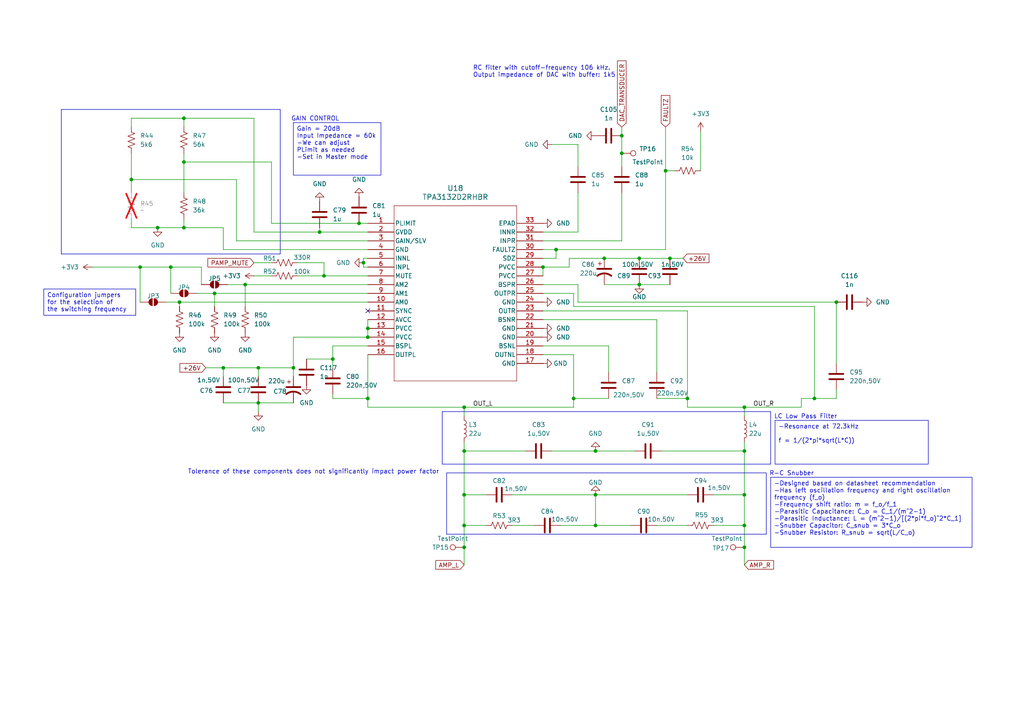
<source format=kicad_sch>
(kicad_sch (version 20231120) (generator "eeschema") (generator_version "8.0")
  (paper "A4")
  (title_block (title "RM") (date "2025-01-17") (rev "1.3") (company "Power Amplifier"))
  (lib_symbols
    (symbol "Device:L" (pin_numbers hide) (pin_names (offset 1.016) hide)
      (property "Reference" "L" (at -1.27 0 90))
      (property "Value" "L" (at 1.905 0 90))
      (symbol "L_0_1"
        (arc (start 0 -2.54) (mid 0.6323 -1.905) (end 0 -1.27))
        (arc (start 0 -1.27) (mid 0.6323 -0.635) (end 0 0))
        (arc (start 0 0) (mid 0.6323 0.635) (end 0 1.27))
        (arc (start 0 1.27) (mid 0.6323 1.905) (end 0 2.54))
      )
      (symbol "L_1_1"
        (pin passive line (at 0 3.81 270) (length 1.27) (name "1") (number "1"))
        (pin passive line (at 0 -3.81 90) (length 1.27) (name "2") (number "2"))
      )
    )
    (symbol "UAM_symbols:C" (pin_numbers hide) (pin_names (offset 0.254))
      (property "Reference" "C" (at 0.635 2.54 0))
      (property "Value" "C" (at 0.635 -2.54 0))
      (symbol "C_0_1"
        (polyline (pts (xy -2.032 -0.762) (xy 2.032 -0.762)) (stroke (width 0.508)))
        (polyline (pts (xy -2.032 0.762) (xy 2.032 0.762)) (stroke (width 0.508)))
      )
      (symbol "C_1_1"
        (pin passive line (at 0 3.81 270) (length 2.794) (name "~") (number "1"))
        (pin passive line (at 0 -3.81 90) (length 2.794) (name "~") (number "2"))
      )
    )
    (symbol "UAM_symbols:C_Polarized_US" (pin_numbers hide) (pin_names (offset 0.254) hide)
      (property "Reference" "C" (at 0.635 2.54 0))
      (property "Value" "C_Polarized_US" (at 0.635 -2.54 0))
      (symbol "C_Polarized_US_0_1"
        (polyline (pts (xy -2.032 0.762) (xy 2.032 0.762)) (stroke (width 0.508)))
        (polyline (pts (xy -1.778 2.286) (xy -0.762 2.286)))
        (polyline (pts (xy -1.27 1.778) (xy -1.27 2.794)))
        (arc (start 2.032 -1.27) (mid 0 -0.5572) (end -2.032 -1.27) (stroke (width 0.508)))
      )
      (symbol "C_Polarized_US_1_1"
        (pin passive line (at 0 3.81 270) (length 2.794) (name "~") (number "1"))
        (pin passive line (at 0 -3.81 90) (length 3.302) (name "~") (number "2"))
      )
    )
    (symbol "UAM_symbols:R_US" (pin_numbers hide) (pin_names (offset 0))
      (property "Reference" "R" (at 2.54 0 90))
      (property "Value" "R_US" (at -2.54 0 90))
      (symbol "R_US_0_1"
        (polyline (pts (xy 0 -2.286) (xy 0 -2.54)))
        (polyline (pts (xy 0 2.286) (xy 0 2.54)))
        (polyline (pts (xy 0 -0.762) (xy 1.016 -1.143) (xy 0 -1.524) (xy -1.016 -1.905) (xy 0 -2.286)))
        (polyline (pts (xy 0 0.762) (xy 1.016 0.381) (xy 0 0) (xy -1.016 -0.381) (xy 0 -0.762)))
        (polyline (pts (xy 0 2.286) (xy 1.016 1.905) (xy 0 1.524) (xy -1.016 1.143) (xy 0 0.762)))
      )
      (symbol "R_US_1_1"
        (pin passive line (at 0 3.81 270) (length 1.27) (name "~") (number "1"))
        (pin passive line (at 0 -3.81 90) (length 1.27) (name "~") (number "2"))
      )
    )
    (symbol "UAM_symbols:SolderJumper_2_Open" (pin_numbers hide) (pin_names (offset 0) hide) (exclude_from_sim yes) (in_bom no)
      (property "Reference" "JP" (at 0 2.032 0))
      (property "Value" "SolderJumper_2_Open" (at 0 -2.54 0))
      (symbol "SolderJumper_2_Open_0_1"
        (arc (start -0.254 1.016) (mid -1.2656 0) (end -0.254 -1.016))
        (arc (start -0.254 1.016) (mid -1.2656 0) (end -0.254 -1.016) (fill (type outline)))
        (polyline (pts (xy -0.254 1.016) (xy -0.254 -1.016)))
        (polyline (pts (xy 0.254 1.016) (xy 0.254 -1.016)))
        (arc (start 0.254 -1.016) (mid 1.2656 0) (end 0.254 1.016))
        (arc (start 0.254 -1.016) (mid 1.2656 0) (end 0.254 1.016) (fill (type outline)))
      )
      (symbol "SolderJumper_2_Open_1_1"
        (pin passive line (at -3.81 0 0) (length 2.54) (name "A") (number "1"))
        (pin passive line (at 3.81 0 180) (length 2.54) (name "B") (number "2"))
      )
    )
    (symbol "UAM_symbols:TPA3132D2RHBR" (pin_names (offset 0.254))
      (property "Reference" "U" (at 25.4 10.16 0))
      (property "Value" "TPA3132D2RHBR" (at 25.4 7.62 0))
      (symbol "TPA3132D2RHBR_0_1"
        (polyline (pts (xy 7.62 -45.72) (xy 43.18 -45.72)) (stroke (width 0.127)))
        (polyline (pts (xy 7.62 5.08) (xy 7.62 -45.72)) (stroke (width 0.127)))
        (polyline (pts (xy 43.18 -45.72) (xy 43.18 5.08)) (stroke (width 0.127)))
        (polyline (pts (xy 43.18 5.08) (xy 7.62 5.08)) (stroke (width 0.127)))
        (pin input line (at 0 0 0) (length 7.62) (name "PLIMIT") (number "1"))
        (pin input line (at 0 -22.86 0) (length 7.62) (name "AM0") (number "10"))
        (pin bidirectional line (at 0 -25.4 0) (length 7.62) (name "SYNC") (number "11"))
        (pin power_in line (at 0 -27.94 0) (length 7.62) (name "AVCC") (number "12"))
        (pin power_in line (at 0 -30.48 0) (length 7.62) (name "PVCC") (number "13"))
        (pin power_in line (at 0 -33.02 0) (length 7.62) (name "PVCC") (number "14"))
        (pin output line (at 0 -35.56 0) (length 7.62) (name "BSPL") (number "15"))
        (pin output line (at 0 -38.1 0) (length 7.62) (name "OUTPL") (number "16"))
        (pin power_in line (at 50.8 -40.64 180) (length 7.62) (name "GND") (number "17"))
        (pin output line (at 50.8 -38.1 180) (length 7.62) (name "OUTNL") (number "18"))
        (pin output line (at 50.8 -35.56 180) (length 7.62) (name "BSNL") (number "19"))
        (pin output line (at 0 -2.54 0) (length 7.62) (name "GVDD") (number "2"))
        (pin power_in line (at 50.8 -33.02 180) (length 7.62) (name "GND") (number "20"))
        (pin power_in line (at 50.8 -30.48 180) (length 7.62) (name "GND") (number "21"))
        (pin output line (at 50.8 -27.94 180) (length 7.62) (name "BSNR") (number "22"))
        (pin output line (at 50.8 -25.4 180) (length 7.62) (name "OUTR") (number "23"))
        (pin power_in line (at 50.8 -22.86 180) (length 7.62) (name "GND") (number "24"))
        (pin output line (at 50.8 -20.32 180) (length 7.62) (name "OUTPR") (number "25"))
        (pin output line (at 50.8 -17.78 180) (length 7.62) (name "BSPR") (number "26"))
        (pin power_in line (at 50.8 -15.24 180) (length 7.62) (name "PVCC") (number "27"))
        (pin power_in line (at 50.8 -12.7 180) (length 7.62) (name "PVCC") (number "28"))
        (pin input line (at 50.8 -10.16 180) (length 7.62) (name "SDZ") (number "29"))
        (pin input line (at 0 -5.08 0) (length 7.62) (name "GAIN/SLV") (number "3"))
        (pin output line (at 50.8 -7.62 180) (length 7.62) (name "FAULTZ") (number "30"))
        (pin input line (at 50.8 -5.08 180) (length 7.62) (name "INPR") (number "31"))
        (pin input line (at 50.8 -2.54 180) (length 7.62) (name "INNR") (number "32"))
        (pin unspecified line (at 50.8 0 180) (length 7.62) (name "EPAD") (number "33"))
        (pin power_in line (at 0 -7.62 0) (length 7.62) (name "GND") (number "4"))
        (pin input line (at 0 -10.16 0) (length 7.62) (name "INNL") (number "5"))
        (pin input line (at 0 -12.7 0) (length 7.62) (name "INPL") (number "6"))
        (pin input line (at 0 -15.24 0) (length 7.62) (name "MUTE") (number "7"))
        (pin input line (at 0 -17.78 0) (length 7.62) (name "AM2") (number "8"))
        (pin input line (at 0 -20.32 0) (length 7.62) (name "AM1") (number "9"))
      )
    )
    (symbol "UAM_symbols:TestPoint" (pin_numbers hide) (pin_names (offset 0.762) hide)
      (property "Reference" "TP" (at 0 6.858 0))
      (property "Value" "TestPoint" (at 0 5.08 0))
      (symbol "TestPoint_0_1"
        (circle (center 0 3.302) (radius 0.762))
      )
      (symbol "TestPoint_1_1"
        (pin passive line (at 0 0 90) (length 2.54) (name "1") (number "1"))
      )
    )
    (symbol "power:+3V3" (power) (pin_numbers hide) (pin_names (offset 0) hide)
      (property "Value" "+3V3" (at 0 3.556 0))
      (symbol "+3V3_0_1"
        (polyline (pts (xy -0.762 1.27) (xy 0 2.54)))
        (polyline (pts (xy 0 0) (xy 0 2.54)))
        (polyline (pts (xy 0 2.54) (xy 0.762 1.27)))
      )
      (symbol "+3V3_1_1"
        (pin power_in line (at 0 0 90) (length 0) (name "~") (number "1"))
      )
    )
    (symbol "power:GND" (power) (pin_numbers hide) (pin_names (offset 0) hide)
      (property "Value" "GND" (at 0 -3.81 0))
      (symbol "GND_0_1"
        (polyline (pts (xy 0 0) (xy 0 -1.27) (xy 1.27 -1.27) (xy 0 -2.54) (xy -1.27 -1.27) (xy 0 -1.27)))
      )
      (symbol "GND_1_1"
        (pin power_in line (at 0 0 270) (length 0) (name "~") (number "1"))
      )
    )
  )
  (junction (at 92.71 67.31))
  (junction (at 134.62 152.4))
  (junction (at 194.31 74.93))
  (junction (at 166.37 115.57))
  (junction (at 215.9 158.75))
  (junction (at 185.42 74.93))
  (junction (at 172.72 143.51))
  (junction (at 53.34 66.04))
  (junction (at 172.72 152.4))
  (junction (at 215.9 118.11))
  (junction (at 134.62 118.11))
  (junction (at 53.34 34.29))
  (junction (at 49.53 77.47))
  (junction (at 185.42 82.55))
  (junction (at 215.9 143.51))
  (junction (at 180.34 39.37))
  (junction (at 62.23 85.09))
  (junction (at 96.52 104.14))
  (junction (at 71.12 82.55))
  (junction (at 242.57 87.63))
  (junction (at 236.22 115.57))
  (junction (at 64.77 106.68))
  (junction (at 85.09 106.68))
  (junction (at 105.41 76.2))
  (junction (at 74.93 116.84))
  (junction (at 38.1 52.07))
  (junction (at 134.62 143.51))
  (junction (at 157.48 77.47))
  (junction (at 161.29 72.39))
  (junction (at 53.34 46.99))
  (junction (at 215.9 152.4))
  (junction (at 106.68 95.25))
  (junction (at 134.62 130.81))
  (junction (at 45.72 66.04))
  (junction (at 52.07 87.63))
  (junction (at 175.26 74.93))
  (junction (at 193.04 49.53))
  (junction (at 104.14 64.77))
  (junction (at 180.34 44.45))
  (junction (at 172.72 130.81))
  (junction (at 134.62 158.75))
  (junction (at 106.68 97.79))
  (junction (at 215.9 130.81))
  (junction (at 199.39 115.57))
  (junction (at 93.98 80.01))
  (junction (at 106.68 115.57))
  (junction (at 40.64 77.47))
  (junction (at 74.93 106.68))
  (no_connect (at 106.68 90.17))
  (wire (pts (xy 52.07 87.63) (xy 106.68 87.63)))
  (wire (pts (xy 64.77 116.84) (xy 74.93 116.84)))
  (wire (pts (xy 85.09 106.68) (xy 74.93 106.68)))
  (wire (pts (xy 193.04 49.53) (xy 193.04 72.39)))
  (wire (pts (xy 157.48 77.47) (xy 157.48 80.01)))
  (wire (pts (xy 157.48 74.93) (xy 161.29 74.93)))
  (wire (pts (xy 199.39 90.17) (xy 157.48 90.17)))
  (wire (pts (xy 105.41 77.47) (xy 105.41 76.2)))
  (wire (pts (xy 38.1 52.07) (xy 68.58 52.07)))
  (wire (pts (xy 68.58 69.85) (xy 106.68 69.85)))
  (wire (pts (xy 134.62 158.75) (xy 134.62 163.83)))
  (wire (pts (xy 74.93 116.84) (xy 85.09 116.84)))
  (wire (pts (xy 58.42 82.55) (xy 58.42 77.47)))
  (wire (pts (xy 78.74 46.99) (xy 78.74 64.77)))
  (wire (pts (xy 215.9 143.51) (xy 215.9 130.81)))
  (wire (pts (xy 215.9 128.27) (xy 215.9 130.81)))
  (wire (pts (xy 64.77 106.68) (xy 59.69 106.68)))
  (wire (pts (xy 175.26 74.93) (xy 185.42 74.93)))
  (wire (pts (xy 134.62 143.51) (xy 140.97 143.51)))
  (wire (pts (xy 157.48 67.31) (xy 167.64 67.31)))
  (polyline (pts (xy 81.28 31.75) (xy 81.28 73.66)))
  (wire (pts (xy 53.34 34.29) (xy 73.66 34.29)))
  (wire (pts (xy 167.64 87.63) (xy 167.64 82.55)))
  (wire (pts (xy 85.09 109.22) (xy 85.09 106.68)))
  (wire (pts (xy 215.9 152.4) (xy 215.9 158.75)))
  (wire (pts (xy 167.64 87.63) (xy 242.57 87.63)))
  (wire (pts (xy 165.1 74.93) (xy 175.26 74.93)))
  (wire (pts (xy 106.68 100.33) (xy 96.52 100.33)))
  (wire (pts (xy 88.9 104.14) (xy 96.52 104.14)))
  (wire (pts (xy 96.52 115.57) (xy 106.68 115.57)))
  (wire (pts (xy 172.72 143.51) (xy 199.39 143.51)))
  (wire (pts (xy 74.93 106.68) (xy 64.77 106.68)))
  (wire (pts (xy 64.77 72.39) (xy 106.68 72.39)))
  (wire (pts (xy 57.15 85.09) (xy 62.23 85.09)))
  (wire (pts (xy 38.1 44.45) (xy 38.1 52.07)))
  (wire (pts (xy 73.66 80.01) (xy 78.74 80.01)))
  (wire (pts (xy 53.34 44.45) (xy 53.34 46.99)))
  (polyline (pts (xy 17.78 73.66) (xy 17.78 31.75)))
  (wire (pts (xy 53.34 46.99) (xy 53.34 55.88)))
  (wire (pts (xy 166.37 102.87) (xy 166.37 115.57)))
  (wire (pts (xy 167.64 82.55) (xy 157.48 82.55)))
  (wire (pts (xy 207.01 143.51) (xy 215.9 143.51)))
  (wire (pts (xy 48.26 87.63) (xy 52.07 87.63)))
  (wire (pts (xy 207.01 152.4) (xy 215.9 152.4)))
  (wire (pts (xy 40.64 87.63) (xy 40.64 77.47)))
  (wire (pts (xy 106.68 74.93) (xy 105.41 74.93)))
  (wire (pts (xy 53.34 46.99) (xy 78.74 46.99)))
  (wire (pts (xy 38.1 34.29) (xy 53.34 34.29)))
  (wire (pts (xy 180.34 36.83) (xy 180.34 39.37)))
  (wire (pts (xy 49.53 77.47) (xy 58.42 77.47)))
  (wire (pts (xy 134.62 118.11) (xy 134.62 120.65)))
  (wire (pts (xy 148.59 143.51) (xy 172.72 143.51)))
  (wire (pts (xy 166.37 85.09) (xy 157.48 85.09)))
  (wire (pts (xy 71.12 82.55) (xy 71.12 88.9)))
  (wire (pts (xy 105.41 74.93) (xy 105.41 76.2)))
  (wire (pts (xy 134.62 130.81) (xy 152.4 130.81)))
  (wire (pts (xy 134.62 130.81) (xy 134.62 143.51)))
  (wire (pts (xy 74.93 106.68) (xy 74.93 109.22)))
  (wire (pts (xy 73.66 67.31) (xy 92.71 67.31)))
  (wire (pts (xy 191.77 130.81) (xy 215.9 130.81)))
  (wire (pts (xy 160.02 41.91) (xy 167.64 41.91)))
  (wire (pts (xy 62.23 85.09) (xy 62.23 88.9)))
  (wire (pts (xy 194.31 74.93) (xy 198.12 74.93)))
  (wire (pts (xy 236.22 115.57) (xy 232.41 115.57)))
  (wire (pts (xy 49.53 85.09) (xy 49.53 77.47)))
  (wire (pts (xy 199.39 115.57) (xy 199.39 118.11)))
  (wire (pts (xy 166.37 115.57) (xy 166.37 118.11)))
  (wire (pts (xy 85.09 97.79) (xy 106.68 97.79)))
  (wire (pts (xy 190.5 92.71) (xy 190.5 107.95)))
  (wire (pts (xy 64.77 109.22) (xy 64.77 106.68)))
  (wire (pts (xy 106.68 102.87) (xy 106.68 115.57)))
  (wire (pts (xy 185.42 74.93) (xy 194.31 74.93)))
  (wire (pts (xy 104.14 64.77) (xy 106.68 64.77)))
  (wire (pts (xy 106.68 118.11) (xy 134.62 118.11)))
  (wire (pts (xy 74.93 116.84) (xy 74.93 119.38)))
  (wire (pts (xy 161.29 74.93) (xy 161.29 72.39)))
  (wire (pts (xy 166.37 88.9) (xy 236.22 88.9)))
  (wire (pts (xy 175.26 82.55) (xy 185.42 82.55)))
  (wire (pts (xy 85.09 97.79) (xy 85.09 106.68)))
  (wire (pts (xy 215.9 118.11) (xy 232.41 118.11)))
  (wire (pts (xy 193.04 49.53) (xy 195.58 49.53)))
  (wire (pts (xy 180.34 39.37) (xy 180.34 44.45)))
  (wire (pts (xy 106.68 115.57) (xy 106.68 118.11)))
  (wire (pts (xy 38.1 34.29) (xy 38.1 36.83)))
  (wire (pts (xy 199.39 118.11) (xy 215.9 118.11)))
  (wire (pts (xy 96.52 100.33) (xy 96.52 104.14)))
  (wire (pts (xy 92.71 66.04) (xy 92.71 67.31)))
  (wire (pts (xy 71.12 82.55) (xy 106.68 82.55)))
  (wire (pts (xy 106.68 92.71) (xy 106.68 95.25)))
  (wire (pts (xy 45.72 66.04) (xy 53.34 66.04)))
  (wire (pts (xy 215.9 158.75) (xy 215.9 163.83)))
  (wire (pts (xy 172.72 130.81) (xy 184.15 130.81)))
  (wire (pts (xy 190.5 92.71) (xy 157.48 92.71)))
  (wire (pts (xy 38.1 66.04) (xy 45.72 66.04)))
  (wire (pts (xy 66.04 82.55) (xy 71.12 82.55)))
  (wire (pts (xy 38.1 52.07) (xy 38.1 55.88)))
  (wire (pts (xy 26.67 77.47) (xy 40.64 77.47)))
  (wire (pts (xy 134.62 118.11) (xy 166.37 118.11)))
  (wire (pts (xy 190.5 115.57) (xy 199.39 115.57)))
  (wire (pts (xy 167.64 41.91) (xy 167.64 48.26)))
  (wire (pts (xy 40.64 77.47) (xy 49.53 77.47)))
  (wire (pts (xy 203.2 38.1) (xy 203.2 49.53)))
  (wire (pts (xy 157.48 100.33) (xy 176.53 100.33)))
  (wire (pts (xy 93.98 80.01) (xy 106.68 80.01)))
  (wire (pts (xy 176.53 100.33) (xy 176.53 107.95)))
  (wire (pts (xy 134.62 128.27) (xy 134.62 130.81)))
  (wire (pts (xy 86.36 76.2) (xy 93.98 76.2)))
  (wire (pts (xy 106.68 77.47) (xy 105.41 77.47)))
  (wire (pts (xy 68.58 52.07) (xy 68.58 69.85)))
  (wire (pts (xy 193.04 36.83) (xy 193.04 49.53)))
  (wire (pts (xy 242.57 87.63) (xy 242.57 105.41)))
  (wire (pts (xy 52.07 88.9) (xy 52.07 87.63)))
  (polyline (pts (xy 17.78 31.75) (xy 81.28 31.75)))
  (wire (pts (xy 62.23 85.09) (xy 106.68 85.09)))
  (wire (pts (xy 215.9 152.4) (xy 215.9 143.51)))
  (wire (pts (xy 86.36 80.01) (xy 93.98 80.01)))
  (wire (pts (xy 157.48 102.87) (xy 166.37 102.87)))
  (wire (pts (xy 172.72 143.51) (xy 172.72 152.4)))
  (wire (pts (xy 166.37 115.57) (xy 176.53 115.57)))
  (wire (pts (xy 134.62 152.4) (xy 134.62 158.75)))
  (wire (pts (xy 78.74 64.77) (xy 104.14 64.77)))
  (wire (pts (xy 157.48 77.47) (xy 165.1 77.47)))
  (wire (pts (xy 190.5 152.4) (xy 199.39 152.4)))
  (wire (pts (xy 236.22 115.57) (xy 242.57 115.57)))
  (wire (pts (xy 215.9 118.11) (xy 215.9 120.65)))
  (wire (pts (xy 180.34 44.45) (xy 180.34 48.26)))
  (wire (pts (xy 38.1 63.5) (xy 38.1 66.04)))
  (wire (pts (xy 167.64 55.88) (xy 167.64 67.31)))
  (wire (pts (xy 172.72 152.4) (xy 182.88 152.4)))
  (wire (pts (xy 53.34 63.5) (xy 53.34 66.04)))
  (wire (pts (xy 162.56 152.4) (xy 172.72 152.4)))
  (wire (pts (xy 73.66 76.2) (xy 78.74 76.2)))
  (wire (pts (xy 166.37 88.9) (xy 166.37 85.09)))
  (wire (pts (xy 161.29 72.39) (xy 193.04 72.39)))
  (wire (pts (xy 64.77 66.04) (xy 64.77 72.39)))
  (wire (pts (xy 134.62 143.51) (xy 134.62 152.4)))
  (wire (pts (xy 236.22 88.9) (xy 236.22 115.57)))
  (wire (pts (xy 73.66 34.29) (xy 73.66 67.31)))
  (wire (pts (xy 93.98 76.2) (xy 93.98 80.01)))
  (wire (pts (xy 232.41 118.11) (xy 232.41 115.57)))
  (wire (pts (xy 148.59 152.4) (xy 154.94 152.4)))
  (wire (pts (xy 92.71 67.31) (xy 106.68 67.31)))
  (wire (pts (xy 180.34 55.88) (xy 180.34 69.85)))
  (wire (pts (xy 165.1 74.93) (xy 165.1 77.47)))
  (wire (pts (xy 160.02 130.81) (xy 172.72 130.81)))
  (wire (pts (xy 106.68 95.25) (xy 106.68 97.79)))
  (wire (pts (xy 134.62 152.4) (xy 140.97 152.4)))
  (wire (pts (xy 96.52 115.57) (xy 96.52 114.3)))
  (wire (pts (xy 242.57 113.03) (xy 242.57 115.57)))
  (wire (pts (xy 157.48 72.39) (xy 161.29 72.39)))
  (wire (pts (xy 199.39 90.17) (xy 199.39 115.57)))
  (wire (pts (xy 53.34 34.29) (xy 53.34 36.83)))
  (polyline (pts (xy 81.28 73.66) (xy 17.78 73.66)))
  (wire (pts (xy 96.52 104.14) (xy 96.52 106.68)))
  (wire (pts (xy 185.42 82.55) (xy 194.31 82.55)))
  (wire (pts (xy 53.34 66.04) (xy 64.77 66.04)))
  (wire (pts (xy 180.34 69.85) (xy 157.48 69.85)))
  (rectangle (start 129.54 137.16) (end 222.25 154.94))
  (rectangle (start 128.27 119.38) (end 223.52 134.62))
  (text_box "-Designed based on datasheet recommendation\n-Has left oscillation frequency and right oscillation frequency (f_o)\n-Frequency shift ratio: m = f_o/f_1\n-Parasitic Capacitance: C_o = C_1/(m^2-1)\n-Parasitic Inductance: L = (m^2-1)/[(2*pi*f_o)^2*C_1]\n-Snubber Capacitor: C_snub = 3*C_o\n-Snubber Resistor: R_snub = sqrt(L/C_o)" (at 223.52 138.43 0) (size 58.42 20.32) (effects (font (size 1.27 1.27)) (justify left top)))
  (text_box "-Resonance at 72.3kHz\n\nf = 1/(2*pi*sqrt(L*C))" (at 224.79 121.92 0) (size 44.45 12.7) (effects (font (size 1.27 1.27)) (justify left top)))
  (text_box "Gain = 20dB\nInput Impedance = 60k\n-We can adjust \nPLimit as needed\n-Set in Master mode" (at 85.09 35.56 0) (size 25.4 15.24) (effects (font (size 1.27 1.27)) (justify left top)))
  (text_box "Configuration jumpers\nfor the selection of\nthe switching frequency" (at 12.7 83.82 0) (size 26.67 7.62) (effects (font (size 1.27 1.27)) (justify left top)))
  (text "Tolerance of these components does not significantly impact power factor" (at 90.932 136.906 0) (effects (font (size 1.27 1.27))))
  (text "R-C Snubber" (at 229.616 137.414 0) (effects (font (size 1.27 1.27))))
  (text "GAIN CONTROL" (at 91.44 34.544 0) (effects (font (size 1.27 1.27))))
  (text "RC filter with cutoff-frequency 106 kHz.\nOutput impedance of DAC with buffer: 1k5" (at 137.16 20.828 0) (effects (font (size 1.27 1.27)) (justify left)))
  (text "LC Low Pass Filter" (at 233.68 120.904 0) (effects (font (size 1.27 1.27))))
  (label "OUT_R" (at 218.44 118.11 0))
  (label "OUT_L" (at 137.16 118.11 0))
  (global_label "+26V" (shape input) (at 59.69 106.68 180) (property "Intersheetrefs" "${INTERSHEET_REFS}" (effects (hide yes))))
  (global_label "+26V" (shape input) (at 198.12 74.93 0) (property "Intersheetrefs" "${INTERSHEET_REFS}" (effects (hide yes))))
  (global_label "FAULTZ" (shape input) (at 193.04 36.83 90) (property "Intersheetrefs" "${INTERSHEET_REFS}" (effects (hide yes))))
  (global_label "AMP_R" (shape input) (at 215.9 163.83 0) (property "Intersheetrefs" "${INTERSHEET_REFS}" (effects (hide yes))))
  (global_label "AMP_L" (shape input) (at 134.62 163.83 180) (property "Intersheetrefs" "${INTERSHEET_REFS}" (effects (hide yes))))
  (global_label "PAMP_MUTE" (shape input) (at 73.66 76.2 180) (property "Intersheetrefs" "${INTERSHEET_REFS}" (effects (hide yes))))
  (global_label "DAC_TRANSDUCER" (shape input) (at 180.34 36.83 90) (property "Intersheetrefs" "${INTERSHEET_REFS}" (effects (hide yes))))
  (symbol (lib_id "power:GND") (at 157.48 95.25 90) (unit 1)
    (property "Reference" "#PWR0136" (effects (hide yes)))
    (property "Value" "GND" (at 161.29 95.2499 90) (effects (justify right)))
    (property "Description" "Power symbol creates a global label with name \"GND\" , ground" (effects (hide yes)))
  )
  (symbol (lib_id "UAM_symbols:C") (at 156.21 130.81 90) (unit 1)
    (property "Reference" "C83" (at 156.21 123.19 90))
    (property "Value" "1u,50V" (at 156.21 125.73 90))
    (property "Footprint" "Capacitor_SMD:C_0603_1608Metric_Pad1.08x0.95mm_HandSolder" (effects (hide yes)))
    (property "Description" "Unpolarized capacitor" (effects (hide yes)))
  )
  (symbol (lib_id "Device:L") (at 215.9 124.46 0) (unit 1)
    (property "Reference" "L4" (at 217.17 123.1899 0) (effects (justify left)))
    (property "Value" "22u" (at 217.17 125.7299 0) (effects (justify left)))
    (property "Footprint" "Inductor:SPM7054VC" (effects (hide yes)))
    (property "Description" "Inductor" (effects (hide yes)))
    (property "MPN" " SPM7054VC-220M-D" (effects (hide yes)))
  )
  (symbol (lib_id "power:GND") (at 160.02 41.91 270) (unit 1)
    (property "Reference" "#PWR0139" (effects (hide yes)))
    (property "Value" "GND" (at 156.21 41.9099 90) (effects (justify right)))
    (property "Description" "Power symbol creates a global label with name \"GND\" , ground" (effects (hide yes)))
  )
  (symbol (lib_id "power:GND") (at 172.72 39.37 270) (unit 1)
    (property "Reference" "#PWR0167" (effects (hide yes)))
    (property "Value" "GND" (at 168.91 39.3699 90) (effects (justify right)))
    (property "Description" "Power symbol creates a global label with name \"GND\" , ground" (effects (hide yes)))
  )
  (symbol (lib_id "UAM_symbols:C") (at 104.14 60.96 0) (unit 1)
    (property "Reference" "C81" (at 107.95 59.6899 0) (effects (justify left)))
    (property "Value" "1u" (at 107.95 62.2299 0) (effects (justify left)))
    (property "Footprint" "Capacitor_SMD:C_0603_1608Metric_Pad1.08x0.95mm_HandSolder" (effects (hide yes)))
    (property "Description" "Unpolarized capacitor" (effects (hide yes)))
  )
  (symbol (lib_id "UAM_symbols:C") (at 187.96 130.81 90) (unit 1)
    (property "Reference" "C91" (at 187.96 123.19 90))
    (property "Value" "1u,50V" (at 187.96 125.73 90))
    (property "Footprint" "Capacitor_SMD:C_0603_1608Metric_Pad1.08x0.95mm_HandSolder" (effects (hide yes)))
    (property "Description" "Unpolarized capacitor" (effects (hide yes)))
  )
  (symbol (lib_id "power:GND") (at 172.72 130.81 180) (unit 1)
    (property "Reference" "#PWR0140" (effects (hide yes)))
    (property "Value" "GND" (at 172.72 125.73 0))
    (property "Description" "Power symbol creates a global label with name \"GND\" , ground" (effects (hide yes)))
  )
  (symbol (lib_id "UAM_symbols:C") (at 246.38 87.63 90) (unit 1)
    (property "Reference" "C116" (at 246.38 80.01 90))
    (property "Value" "1n" (at 246.38 82.55 90))
    (property "Footprint" "Capacitor_SMD:C_0603_1608Metric_Pad1.08x0.95mm_HandSolder" (effects (hide yes)))
    (property "Description" "Unpolarized capacitor" (effects (hide yes)))
  )
  (symbol (lib_id "UAM_symbols:C") (at 92.71 62.23 0) (unit 1)
    (property "Reference" "C79" (at 96.52 60.9599 0) (effects (justify left)))
    (property "Value" "1u" (at 96.52 63.4999 0) (effects (justify left)))
    (property "Footprint" "Capacitor_SMD:C_0603_1608Metric_Pad1.08x0.95mm_HandSolder" (effects (hide yes)))
    (property "Description" "Unpolarized capacitor" (effects (hide yes)))
  )
  (symbol (lib_id "power:GND") (at 71.12 96.52 0) (unit 1)
    (property "Reference" "#PWR0128" (effects (hide yes)))
    (property "Value" "GND" (at 71.12 101.6 0))
    (property "Description" "Power symbol creates a global label with name \"GND\" , ground" (effects (hide yes)))
  )
  (symbol (lib_id "power:GND") (at 52.07 96.52 0) (unit 1)
    (property "Reference" "#PWR0126" (effects (hide yes)))
    (property "Value" "GND" (at 52.07 101.6 0))
    (property "Description" "Power symbol creates a global label with name \"GND\" , ground" (effects (hide yes)))
  )
  (symbol (lib_id "UAM_symbols:C_Polarized_US") (at 85.09 113.03 0) (unit 1)
    (property "Reference" "C78" (at 79.248 113.538 0) (effects (justify left)))
    (property "Value" "220u" (at 77.724 110.49 0) (effects (justify left)))
    (property "Footprint" "Capacitor_THT:CP_Radial_D10.0mm_P5.00mm" (effects (hide yes)))
    (property "Description" "Polarized capacitor, US symbol" (effects (hide yes)))
  )
  (symbol (lib_id "UAM_symbols:C") (at 194.31 78.74 180) (unit 1)
    (property "Reference" "C93" (at 191.77 80.01 0) (effects (justify left)))
    (property "Value" "1n,50V" (at 198.374 76.708 0) (effects (justify left)))
    (property "Footprint" "Capacitor_SMD:C_0603_1608Metric_Pad1.08x0.95mm_HandSolder" (effects (hide yes)))
    (property "Description" "Unpolarized capacitor" (effects (hide yes)))
  )
  (symbol (lib_id "power:GND") (at 62.23 96.52 0) (unit 1)
    (property "Reference" "#PWR0127" (effects (hide yes)))
    (property "Value" "GND" (at 62.23 101.6 0))
    (property "Description" "Power symbol creates a global label with name \"GND\" , ground" (effects (hide yes)))
  )
  (symbol (lib_id "UAM_symbols:C") (at 190.5 111.76 0) (unit 1)
    (property "Reference" "C92" (at 194.31 110.4899 0) (effects (justify left)))
    (property "Value" "220n,50V" (at 190.5 114.046 0) (effects (justify left)))
    (property "Footprint" "Capacitor_SMD:C_0603_1608Metric_Pad1.08x0.95mm_HandSolder" (effects (hide yes)))
    (property "Description" "Unpolarized capacitor" (effects (hide yes)))
  )
  (symbol (lib_id "power:GND") (at 45.72 66.04 0) (unit 1)
    (property "Reference" "#PWR0125" (effects (hide yes)))
    (property "Value" "GND" (at 45.72 71.12 0))
    (property "Description" "Power symbol creates a global label with name \"GND\" , ground" (effects (hide yes)))
  )
  (symbol (lib_id "UAM_symbols:R_US") (at 199.39 49.53 90) (unit 1)
    (property "Reference" "R54" (at 199.39 43.18 90))
    (property "Value" "10k" (at 199.39 45.72 90))
    (property "Footprint" "Resistor_SMD:R_0603_1608Metric_Pad0.98x0.95mm_HandSolder" (effects (hide yes)))
    (property "Description" "Resistor, US symbol" (effects (hide yes)))
  )
  (symbol (lib_id "UAM_symbols:C") (at 176.53 39.37 90) (unit 1)
    (property "Reference" "C105" (at 176.53 31.75 90))
    (property "Value" "1n" (at 176.53 34.29 90))
    (property "Footprint" "Capacitor_SMD:C_0603_1608Metric_Pad1.08x0.95mm_HandSolder" (effects (hide yes)))
    (property "Description" "Unpolarized capacitor" (effects (hide yes)))
  )
  (symbol (lib_id "power:GND") (at 157.48 97.79 90) (unit 1)
    (property "Reference" "#PWR0137" (effects (hide yes)))
    (property "Value" "GND" (at 161.29 97.7899 90) (effects (justify right)))
    (property "Description" "Power symbol creates a global label with name \"GND\" , ground" (effects (hide yes)))
  )
  (symbol (lib_id "power:GND") (at 157.48 64.77 90) (unit 1)
    (property "Reference" "#PWR0134" (effects (hide yes)))
    (property "Value" "GND" (at 161.29 64.7699 90) (effects (justify right)))
    (property "Description" "Power symbol creates a global label with name \"GND\" , ground" (effects (hide yes)))
  )
  (symbol (lib_id "UAM_symbols:C_Polarized_US") (at 175.26 78.74 0) (unit 1)
    (property "Reference" "C86" (at 168.656 76.708 0) (effects (justify left)))
    (property "Value" "220u" (at 168.148 79.248 0) (effects (justify left)))
    (property "Footprint" "Capacitor_THT:CP_Radial_D10.0mm_P5.00mm" (effects (hide yes)))
    (property "Description" "Polarized capacitor, US symbol" (effects (hide yes)))
  )
  (symbol (lib_id "UAM_symbols:C") (at 167.64 52.07 0) (unit 1)
    (property "Reference" "C85" (at 171.45 50.7999 0) (effects (justify left)))
    (property "Value" "1u" (at 171.45 53.3399 0) (effects (justify left)))
    (property "Footprint" "Capacitor_SMD:C_0603_1608Metric_Pad1.08x0.95mm_HandSolder" (effects (hide yes)))
    (property "Description" "Unpolarized capacitor" (effects (hide yes)))
  )
  (symbol (lib_id "power:GND") (at 172.72 143.51 180) (unit 1)
    (property "Reference" "#PWR0141" (effects (hide yes)))
    (property "Value" "GND" (at 172.72 139.954 0))
    (property "Description" "Power symbol creates a global label with name \"GND\" , ground" (effects (hide yes)))
  )
  (symbol (lib_id "UAM_symbols:TPA3132D2RHBR") (at 106.68 64.77 0) (unit 1)
    (property "Reference" "U18" (at 132.08 54.61 0) (effects (font (size 1.524 1.524))))
    (property "Value" "TPA3132D2RHBR" (at 132.08 57.15 0) (effects (font (size 1.524 1.524))))
    (property "Footprint" "Package_DFN_QFN:VQFN-32-1EP_5x5mm_P0.5mm_EP3.5x3.5mm" (effects (hide yes)))
    (property "Datasheet" "TPA3132D2RHBR" (effects (hide yes)))
  )
  (symbol (lib_id "UAM_symbols:C") (at 203.2 143.51 90) (unit 1)
    (property "Reference" "C94" (at 203.2 139.446 90))
    (property "Value" "1n,50V" (at 208.534 141.478 90))
    (property "Footprint" "Capacitor_SMD:C_0603_1608Metric_Pad1.08x0.95mm_HandSolder" (effects (hide yes)))
    (property "Description" "Unpolarized capacitor" (effects (hide yes)))
  )
  (symbol (lib_id "UAM_symbols:R_US") (at 71.12 92.71 0) (unit 1)
    (property "Reference" "R50" (at 73.66 91.4399 0) (effects (justify left)))
    (property "Value" "100k" (at 73.66 93.9799 0) (effects (justify left)))
    (property "Footprint" "Resistor_SMD:R_0603_1608Metric_Pad0.98x0.95mm_HandSolder" (effects (hide yes)))
    (property "Description" "Resistor, US symbol" (effects (hide yes)))
  )
  (symbol (lib_id "UAM_symbols:C") (at 186.69 152.4 90) (unit 1)
    (property "Reference" "C90" (at 186.69 148.336 90))
    (property "Value" "10n,50V" (at 191.77 150.622 90))
    (property "Footprint" "Capacitor_SMD:C_0603_1608Metric_Pad1.08x0.95mm_HandSolder" (effects (hide yes)))
    (property "Description" "Unpolarized capacitor" (effects (hide yes)))
  )
  (symbol (lib_id "UAM_symbols:C") (at 96.52 110.49 0) (unit 1)
    (property "Reference" "C80" (at 100.33 109.2199 0) (effects (justify left)))
    (property "Value" "220n,50V" (at 100.33 111.7599 0) (effects (justify left)))
    (property "Footprint" "Capacitor_SMD:C_0603_1608Metric_Pad1.08x0.95mm_HandSolder" (effects (hide yes)))
    (property "Description" "Unpolarized capacitor" (effects (hide yes)))
  )
  (symbol (lib_id "UAM_symbols:C") (at 144.78 143.51 90) (unit 1)
    (property "Reference" "C82" (at 144.78 139.446 90))
    (property "Value" "1n,50V" (at 149.606 141.732 90))
    (property "Footprint" "Capacitor_SMD:C_0603_1608Metric_Pad1.08x0.95mm_HandSolder" (effects (hide yes)))
    (property "Description" "Unpolarized capacitor" (effects (hide yes)))
  )
  (symbol (lib_id "power:GND") (at 185.42 82.55 0) (unit 1)
    (property "Reference" "#PWR0142" (effects (hide yes)))
    (property "Value" "GND" (at 185.42 86.106 0))
    (property "Description" "Power symbol creates a global label with name \"GND\" , ground" (effects (hide yes)))
  )
  (symbol (lib_id "UAM_symbols:R_US") (at 62.23 92.71 0) (unit 1)
    (property "Reference" "R49" (at 64.77 91.4399 0) (effects (justify left)))
    (property "Value" "100k" (at 64.77 93.9799 0) (effects (justify left)))
    (property "Footprint" "Resistor_SMD:R_0603_1608Metric_Pad0.98x0.95mm_HandSolder" (effects (hide yes)))
    (property "Description" "Resistor, US symbol" (effects (hide yes)))
  )
  (symbol (lib_id "UAM_symbols:R_US") (at 53.34 40.64 180) (unit 1)
    (property "Reference" "R47" (at 55.88 39.3699 0) (effects (justify right)))
    (property "Value" "56k" (at 55.88 41.9099 0) (effects (justify right)))
    (property "Footprint" "Resistor_SMD:R_0603_1608Metric_Pad0.98x0.95mm_HandSolder" (effects (hide yes)))
    (property "Description" "Resistor, US symbol" (effects (hide yes)))
  )
  (symbol (lib_id "UAM_symbols:SolderJumper_2_Open") (at 44.45 87.63 0) (unit 1) (exclude_from_sim yes) (in_bom no)
    (property "Reference" "JP3" (at 44.45 85.852 0))
    (property "Value" "SolderJumper_2_Open" (effects (hide yes)))
    (property "Footprint" "Jumper:SolderJumper-2_P1.3mm_Open_RoundedPad1.0x1.5mm" (effects (hide yes)))
    (property "Description" "Solder Jumper, 2-pole, open" (effects (hide yes)))
  )
  (symbol (lib_id "UAM_symbols:R_US") (at 53.34 59.69 0) (unit 1)
    (property "Reference" "R48" (at 55.88 58.4199 0) (effects (justify left)))
    (property "Value" "36k" (at 55.88 60.9599 0) (effects (justify left)))
    (property "Footprint" "Resistor_SMD:R_0603_1608Metric_Pad0.98x0.95mm_HandSolder" (effects (hide yes)))
    (property "Description" "Resistor, US symbol" (effects (hide yes)))
  )
  (symbol (lib_id "power:+3V3") (at 26.67 77.47 90) (unit 1)
    (property "Reference" "#PWR0124" (effects (hide yes)))
    (property "Value" "+3V3" (at 22.86 77.4699 90) (effects (justify left)))
    (property "Description" "Power symbol creates a global label with name \"+3V3\"" (effects (hide yes)))
  )
  (symbol (lib_id "power:+3V3") (at 73.66 80.01 90) (unit 1)
    (property "Reference" "#PWR0129" (effects (hide yes)))
    (property "Value" "+3V3" (at 69.85 80.0099 90) (effects (justify left)))
    (property "Description" "Power symbol creates a global label with name \"+3V3\"" (effects (hide yes)))
  )
  (symbol (lib_id "power:GND") (at 74.93 119.38 0) (unit 1)
    (property "Reference" "#PWR0130" (effects (hide yes)))
    (property "Value" "GND" (at 74.93 124.46 0))
    (property "Description" "Power symbol creates a global label with name \"GND\" , ground" (effects (hide yes)))
  )
  (symbol (lib_id "UAM_symbols:R_US") (at 38.1 59.69 0) (unit 1) (dnp yes)
    (property "Reference" "R45" (at 40.64 59.0549 0) (effects (justify left)))
    (property "Value" "~" (at 40.64 60.96 0) (effects (justify left)))
    (property "Footprint" "Resistor_SMD:R_0603_1608Metric_Pad0.98x0.95mm_HandSolder" (effects (hide yes)))
    (property "Description" "Resistor, US symbol" (effects (hide yes)))
  )
  (symbol (lib_id "power:GND") (at 157.48 105.41 90) (unit 1)
    (property "Reference" "#PWR0138" (effects (hide yes)))
    (property "Value" "GND" (at 162.56 105.41 90))
    (property "Description" "Power symbol creates a global label with name \"GND\" , ground" (effects (hide yes)))
  )
  (symbol (lib_id "power:GND") (at 250.19 87.63 90) (unit 1)
    (property "Reference" "#PWR0186" (effects (hide yes)))
    (property "Value" "GND" (at 254 87.6299 90) (effects (justify right)))
    (property "Description" "Power symbol creates a global label with name \"GND\" , ground" (effects (hide yes)))
  )
  (symbol (lib_id "UAM_symbols:C") (at 180.34 52.07 0) (unit 1)
    (property "Reference" "C88" (at 184.15 50.7999 0) (effects (justify left)))
    (property "Value" "1u" (at 184.15 53.3399 0) (effects (justify left)))
    (property "Footprint" "Capacitor_SMD:C_0603_1608Metric_Pad1.08x0.95mm_HandSolder" (effects (hide yes)))
    (property "Description" "Unpolarized capacitor" (effects (hide yes)))
  )
  (symbol (lib_id "UAM_symbols:C") (at 74.93 113.03 0) (unit 1)
    (property "Reference" "C77" (at 68.834 113.284 0) (effects (justify left)))
    (property "Value" "100n,50V" (at 66.04 110.236 0) (effects (justify left)))
    (property "Footprint" "Capacitor_SMD:C_0603_1608Metric_Pad1.08x0.95mm_HandSolder" (effects (hide yes)))
    (property "Description" "Unpolarized capacitor" (effects (hide yes)))
  )
  (symbol (lib_id "UAM_symbols:SolderJumper_2_Open") (at 62.23 82.55 0) (unit 1) (exclude_from_sim yes) (in_bom no)
    (property "Reference" "JP5" (at 62.23 80.772 0))
    (property "Value" "SolderJumper_2_Open" (effects (hide yes)))
    (property "Footprint" "Jumper:SolderJumper-2_P1.3mm_Open_RoundedPad1.0x1.5mm" (effects (hide yes)))
    (property "Description" "Solder Jumper, 2-pole, open" (effects (hide yes)))
  )
  (symbol (lib_id "Device:L") (at 134.62 124.46 0) (unit 1)
    (property "Reference" "L3" (at 135.89 123.1899 0) (effects (justify left)))
    (property "Value" "22u" (at 135.89 125.7299 0) (effects (justify left)))
    (property "Footprint" "Inductor:SPM7054VC" (effects (hide yes)))
    (property "Description" "Inductor" (effects (hide yes)))
    (property "MPN" " SPM7054VC-220M-D" (effects (hide yes)))
  )
  (symbol (lib_id "UAM_symbols:C") (at 64.77 113.03 0) (unit 1)
    (property "Reference" "C76" (at 57.912 113.284 0) (effects (justify left)))
    (property "Value" "1n,50V" (at 57.15 110.236 0) (effects (justify left)))
    (property "Footprint" "Capacitor_SMD:C_0603_1608Metric_Pad1.08x0.95mm_HandSolder" (effects (hide yes)))
    (property "Description" "Unpolarized capacitor" (effects (hide yes)))
  )
  (symbol (lib_id "UAM_symbols:R_US") (at 144.78 152.4 90) (unit 1)
    (property "Reference" "R53" (at 144.78 149.606 90))
    (property "Value" "3R3" (at 149.098 150.876 90))
    (property "Footprint" "Resistor_SMD:R_0603_1608Metric_Pad0.98x0.95mm_HandSolder" (effects (hide yes)))
    (property "Description" "Resistor, US symbol" (effects (hide yes)))
  )
  (symbol (lib_id "UAM_symbols:SolderJumper_2_Open") (at 53.34 85.09 0) (unit 1) (exclude_from_sim yes) (in_bom no)
    (property "Reference" "JP4" (at 53.34 83.312 0))
    (property "Value" "SolderJumper_2_Open" (effects (hide yes)))
    (property "Footprint" "Jumper:SolderJumper-2_P1.3mm_Open_RoundedPad1.0x1.5mm" (effects (hide yes)))
    (property "Description" "Solder Jumper, 2-pole, open" (effects (hide yes)))
  )
  (symbol (lib_id "UAM_symbols:C") (at 158.75 152.4 90) (unit 1)
    (property "Reference" "C84" (at 158.75 148.336 90))
    (property "Value" "10n,50V" (at 163.83 150.622 90))
    (property "Footprint" "Capacitor_SMD:C_0603_1608Metric_Pad1.08x0.95mm_HandSolder" (effects (hide yes)))
    (property "Description" "Unpolarized capacitor" (effects (hide yes)))
  )
  (symbol (lib_id "UAM_symbols:TestPoint") (at 215.9 158.75 90) (unit 1)
    (property "Reference" "TP17" (at 209.042 159.004 90))
    (property "Value" "TestPoint" (at 210.82 156.21 90))
    (property "Footprint" "TestPoint:TestPoint_Pad_D1.0mm" (effects (hide yes)))
    (property "Description" "test point" (effects (hide yes)))
  )
  (symbol (lib_id "power:GND") (at 157.48 87.63 90) (unit 1)
    (property "Reference" "#PWR0135" (effects (hide yes)))
    (property "Value" "GND" (at 161.29 87.6299 90) (effects (justify right)))
    (property "Description" "Power symbol creates a global label with name \"GND\" , ground" (effects (hide yes)))
  )
  (symbol (lib_id "UAM_symbols:R_US") (at 52.07 92.71 0) (unit 1)
    (property "Reference" "R46" (at 54.61 91.4399 0) (effects (justify left)))
    (property "Value" "100k" (at 54.61 93.9799 0) (effects (justify left)))
    (property "Footprint" "Resistor_SMD:R_0603_1608Metric_Pad0.98x0.95mm_HandSolder" (effects (hide yes)))
    (property "Description" "Resistor, US symbol" (effects (hide yes)))
  )
  (symbol (lib_id "UAM_symbols:C") (at 176.53 111.76 0) (unit 1)
    (property "Reference" "C87" (at 180.34 110.4899 0) (effects (justify left)))
    (property "Value" "220n,50V" (at 177.8 114.554 0) (effects (justify left)))
    (property "Footprint" "Capacitor_SMD:C_0603_1608Metric_Pad1.08x0.95mm_HandSolder" (effects (hide yes)))
    (property "Description" "Unpolarized capacitor" (effects (hide yes)))
  )
  (symbol (lib_id "power:GND") (at 92.71 58.42 180) (unit 1)
    (property "Reference" "#PWR0131" (effects (hide yes)))
    (property "Value" "GND" (at 92.71 53.34 0))
    (property "Description" "Power symbol creates a global label with name \"GND\" , ground" (effects (hide yes)))
  )
  (symbol (lib_id "power:GND") (at 88.9 111.76 0) (unit 1)
    (property "Reference" "#PWR0185" (effects (hide yes)))
    (property "Value" "GND" (at 88.9 116.84 0))
    (property "Description" "Power symbol creates a global label with name \"GND\" , ground" (effects (hide yes)))
  )
  (symbol (lib_id "power:GND") (at 105.41 76.2 270) (unit 1)
    (property "Reference" "#PWR0133" (effects (hide yes)))
    (property "Value" "GND" (at 101.6 76.1999 90) (effects (justify right)))
    (property "Description" "Power symbol creates a global label with name \"GND\" , ground" (effects (hide yes)))
  )
  (symbol (lib_id "power:+3V3") (at 203.2 38.1 0) (unit 1)
    (property "Reference" "#PWR0143" (effects (hide yes)))
    (property "Value" "+3V3" (at 203.2 33.02 0))
    (property "Description" "Power symbol creates a global label with name \"+3V3\"" (effects (hide yes)))
  )
  (symbol (lib_id "UAM_symbols:R_US") (at 82.55 80.01 90) (unit 1)
    (property "Reference" "R52" (at 78.232 78.74 90))
    (property "Value" "100k" (at 87.63 78.74 90))
    (property "Footprint" "Resistor_SMD:R_0603_1608Metric_Pad0.98x0.95mm_HandSolder" (effects (hide yes)))
    (property "Description" "Resistor, US symbol" (effects (hide yes)))
  )
  (symbol (lib_id "UAM_symbols:R_US") (at 38.1 40.64 0) (unit 1)
    (property "Reference" "R44" (at 40.64 39.3699 0) (effects (justify left)))
    (property "Value" "5k6" (at 40.64 41.9099 0) (effects (justify left)))
    (property "Footprint" "Resistor_SMD:R_0603_1608Metric_Pad0.98x0.95mm_HandSolder" (effects (hide yes)))
    (property "Description" "Resistor, US symbol" (effects (hide yes)))
  )
  (symbol (lib_id "UAM_symbols:R_US") (at 203.2 152.4 90) (unit 1)
    (property "Reference" "R55" (at 203.454 149.352 90))
    (property "Value" "3R3" (at 208.026 150.876 90))
    (property "Footprint" "Resistor_SMD:R_0603_1608Metric_Pad0.98x0.95mm_HandSolder" (effects (hide yes)))
    (property "Description" "Resistor, US symbol" (effects (hide yes)))
  )
  (symbol (lib_id "power:GND") (at 104.14 57.15 180) (unit 1)
    (property "Reference" "#PWR0132" (effects (hide yes)))
    (property "Value" "GND" (at 104.14 52.07 0))
    (property "Description" "Power symbol creates a global label with name \"GND\" , ground" (effects (hide yes)))
  )
  (symbol (lib_id "UAM_symbols:C") (at 242.57 109.22 0) (unit 1)
    (property "Reference" "C95" (at 246.38 107.9499 0) (effects (justify left)))
    (property "Value" "220n,50V" (at 246.38 110.4899 0) (effects (justify left)))
    (property "Footprint" "Capacitor_SMD:C_0603_1608Metric_Pad1.08x0.95mm_HandSolder" (effects (hide yes)))
    (property "Description" "Unpolarized capacitor" (effects (hide yes)))
  )
  (symbol (lib_id "UAM_symbols:TestPoint") (at 134.62 158.75 90) (unit 1)
    (property "Reference" "TP15" (at 127.762 158.75 90))
    (property "Value" "TestPoint" (at 131.318 156.21 90))
    (property "Footprint" "TestPoint:TestPoint_Pad_D1.0mm" (effects (hide yes)))
    (property "Description" "test point" (effects (hide yes)))
  )
  (symbol (lib_id "UAM_symbols:TestPoint") (at 180.34 44.45 270) (unit 1)
    (property "Reference" "TP16" (at 185.42 43.1799 90) (effects (justify left)))
    (property "Value" "TestPoint" (at 183.388 46.99 90) (effects (justify left)))
    (property "Footprint" "TestPoint:TestPoint_Pad_D1.0mm" (effects (hide yes)))
    (property "Description" "test point" (effects (hide yes)))
  )
  (symbol (lib_id "UAM_symbols:R_US") (at 82.55 76.2 90) (unit 1)
    (property "Reference" "R51" (at 78.232 74.93 90))
    (property "Value" "330R" (at 87.63 74.676 90))
    (property "Footprint" "Resistor_SMD:R_0603_1608Metric_Pad0.98x0.95mm_HandSolder" (effects (hide yes)))
    (property "Description" "Resistor, US symbol" (effects (hide yes)))
  )
  (symbol (lib_id "UAM_symbols:C") (at 185.42 78.74 180) (unit 1)
    (property "Reference" "C89" (at 182.88 80.01 0) (effects (justify left)))
    (property "Value" "100n,50V" (at 189.484 76.708 0) (effects (justify left)))
    (property "Footprint" "Capacitor_SMD:C_0603_1608Metric_Pad1.08x0.95mm_HandSolder" (effects (hide yes)))
    (property "Description" "Unpolarized capacitor" (effects (hide yes)))
  )
  (symbol (lib_id "UAM_symbols:C") (at 88.9 107.95 180) (unit 1)
    (property "Reference" "C117" (at 92.71 106.6799 0) (effects (justify right)))
    (property "Value" "1n" (at 92.71 109.2199 0) (effects (justify right)))
    (property "Footprint" "Capacitor_SMD:C_0603_1608Metric_Pad1.08x0.95mm_HandSolder" (effects (hide yes)))
    (property "Description" "Unpolarized capacitor" (effects (hide yes)))
  )
)
</source>
